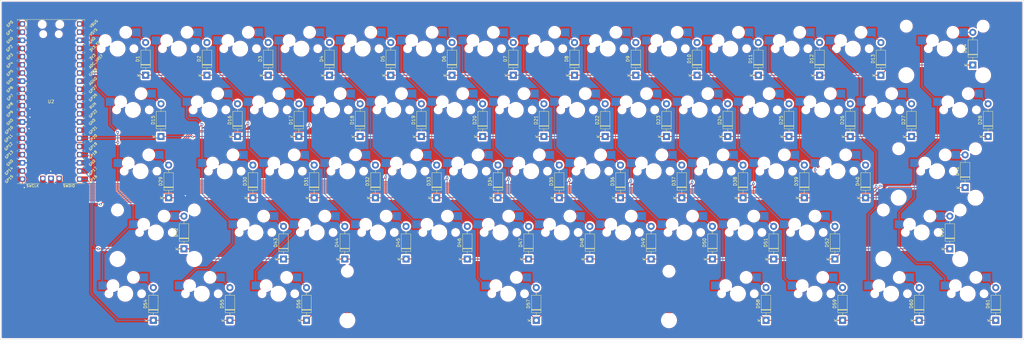
<source format=kicad_pcb>
(kicad_pcb (version 20211014) (generator pcbnew)
  (layers (0 "F.Cu" signal) (31 "B.Cu" signal) (34 "B.Paste" user) (35 "F.Paste" user) (36 "B.SilkS" user "B.Silkscreen") (37 "F.SilkS" user "F.Silkscreen") (38 "B.Mask" user) (39 "F.Mask" user) (44 "Edge.Cuts" user))
  (net 0 "")
  (net 1 "row0")
  (net 2 "Net-(D1-Pad2)")
  (net 3 "Net-(D2-Pad2)")
  (net 4 "Net-(D3-Pad2)")
  (net 5 "Net-(D4-Pad2)")
  (net 6 "Net-(D5-Pad2)")
  (net 7 "Net-(D6-Pad2)")
  (net 8 "Net-(D7-Pad2)")
  (net 9 "Net-(D8-Pad2)")
  (net 10 "Net-(D9-Pad2)")
  (net 11 "Net-(D10-Pad2)")
  (net 12 "Net-(D11-Pad2)")
  (net 13 "Net-(D12-Pad2)")
  (net 14 "Net-(D13-Pad2)")
  (net 15 "Net-(D14-Pad2)")
  (net 16 "row1")
  (net 17 "Net-(D15-Pad2)")
  (net 18 "Net-(D16-Pad2)")
  (net 19 "Net-(D17-Pad2)")
  (net 20 "Net-(D18-Pad2)")
  (net 21 "Net-(D19-Pad2)")
  (net 22 "Net-(D20-Pad2)")
  (net 23 "Net-(D21-Pad2)")
  (net 24 "Net-(D22-Pad2)")
  (net 25 "Net-(D23-Pad2)")
  (net 26 "Net-(D24-Pad2)")
  (net 27 "Net-(D25-Pad2)")
  (net 28 "Net-(D26-Pad2)")
  (net 29 "Net-(D27-Pad2)")
  (net 30 "Net-(D28-Pad2)")
  (net 31 "row2")
  (net 32 "Net-(D29-Pad2)")
  (net 33 "Net-(D30-Pad2)")
  (net 34 "Net-(D31-Pad2)")
  (net 35 "Net-(D32-Pad2)")
  (net 36 "Net-(D33-Pad2)")
  (net 37 "Net-(D34-Pad2)")
  (net 38 "Net-(D35-Pad2)")
  (net 39 "Net-(D36-Pad2)")
  (net 40 "Net-(D37-Pad2)")
  (net 41 "Net-(D38-Pad2)")
  (net 42 "Net-(D39-Pad2)")
  (net 43 "Net-(D40-Pad2)")
  (net 44 "Net-(D41-Pad2)")
  (net 45 "row3")
  (net 46 "Net-(D42-Pad2)")
  (net 47 "Net-(D43-Pad2)")
  (net 48 "Net-(D44-Pad2)")
  (net 49 "Net-(D45-Pad2)")
  (net 50 "Net-(D46-Pad2)")
  (net 51 "Net-(D47-Pad2)")
  (net 52 "Net-(D48-Pad2)")
  (net 53 "Net-(D49-Pad2)")
  (net 54 "Net-(D50-Pad2)")
  (net 55 "Net-(D51-Pad2)")
  (net 56 "Net-(D52-Pad2)")
  (net 57 "Net-(D53-Pad2)")
  (net 58 "row4")
  (net 59 "Net-(D54-Pad2)")
  (net 60 "Net-(D55-Pad2)")
  (net 61 "Net-(D56-Pad2)")
  (net 62 "Net-(D57-Pad2)")
  (net 63 "Net-(D58-Pad2)")
  (net 64 "Net-(D59-Pad2)")
  (net 65 "Net-(D60-Pad2)")
  (net 66 "Net-(D61-Pad2)")
  (net 67 "col0")
  (net 68 "col1")
  (net 69 "col2")
  (net 70 "col3")
  (net 71 "col4")
  (net 72 "col5")
  (net 73 "col6")
  (net 74 "col7")
  (net 75 "col8")
  (net 76 "col9")
  (net 77 "col10")
  (net 78 "col11")
  (net 79 "col12")
  (net 80 "col13")
  (net 98 "GND")
  (footprint "Diode_THT:D_DO-41_SOD81_P10.16mm_Horizontal" (layer "F.Cu") (at 151.60625 144.78 90)
    (fp_text reference "D31")
    (fp_text value "D_Small")
  )
  (footprint "MX_Only:MXOnly-1.25U-Hotswap" (layer "F.Cu") (at 283.36875 174.625)
    (fp_text reference "MX58")
    (fp_text value "MX-NoLED")
  )
  (footprint "MX_Only:MXOnly-1U-Hotswap" (layer "F.Cu") (at 276.225 136.525)
    (fp_text reference "MX38")
    (fp_text value "MX-NoLED")
  )
  (footprint "Diode_THT:D_DO-41_SOD81_P10.16mm_Horizontal" (layer "F.Cu") (at 251.61875 106.68 90)
    (fp_text reference "D9")
    (fp_text value "D_Small")
  )
  (footprint "MX_Only:MXOnly-1U-Hotswap" (layer "F.Cu") (at 195.2625 117.475)
    (fp_text reference "MX20")
    (fp_text value "MX-NoLED")
  )
  (footprint "Diode_THT:D_DO-41_SOD81_P10.16mm_Horizontal" (layer "F.Cu") (at 356.39375 103.505 90)
    (fp_text reference "D14")
    (fp_text value "D_Small")
  )
  (footprint "MX_Only:MXOnly-1U-Hotswap" (layer "F.Cu") (at 314.325 136.525)
    (fp_text reference "MX40")
    (fp_text value "MX-NoLED")
  )
  (footprint "MX_Only:MXOnly-1U-Hotswap" (layer "F.Cu") (at 261.9375 98.425)
    (fp_text reference "MX10")
    (fp_text value "MX-NoLED")
  )
  (footprint "Diode_THT:D_DO-41_SOD81_P10.16mm_Horizontal" (layer "F.Cu") (at 223.04375 125.73 90)
    (fp_text reference "D21")
    (fp_text value "D_Small")
  )
  (footprint "MX_Only:MXOnly-1U-Hotswap" (layer "F.Cu") (at 119.0625 117.475)
    (fp_text reference "MX16")
    (fp_text value "MX-NoLED")
  )
  (footprint "MX_Only:MXOnly-1.5U-Hotswap" (layer "F.Cu") (at 352.425 117.475)
    (fp_text reference "MX28")
    (fp_text value "MX-NoLED")
  )
  (footprint "Diode_THT:D_DO-41_SOD81_P10.16mm_Horizontal" (layer "F.Cu") (at 127.79375 125.73 90)
    (fp_text reference "D16")
    (fp_text value "D_Small")
  )
  (footprint "Diode_THT:D_DO-41_SOD81_P10.16mm_Horizontal" (layer "F.Cu") (at 118.26875 106.68 90)
    (fp_text reference "D2")
    (fp_text value "D_Small")
  )
  (footprint "Diode_THT:D_DO-41_SOD81_P10.16mm_Horizontal" (layer "F.Cu") (at 280.19375 125.73 90)
    (fp_text reference "D24")
    (fp_text value "D_Small")
  )
  (footprint "MX_Only:MXOnly-1U-Hotswap" (layer "F.Cu") (at 271.4625 117.475)
    (fp_text reference "MX24")
    (fp_text value "MX-NoLED")
  )
  (footprint "Diode_THT:D_DO-41_SOD81_P10.16mm_Horizontal" (layer "F.Cu") (at 146.84375 125.73 90)
    (fp_text reference "D17")
    (fp_text value "D_Small")
  )
  (footprint "MX_Only:MXOnly-1U-Hotswap" (layer "F.Cu") (at 328.6125 117.475)
    (fp_text reference "MX27")
    (fp_text value "MX-NoLED")
  )
  (footprint "Diode_THT:D_DO-41_SOD81_P10.16mm_Horizontal" (layer "F.Cu") (at 99.21875 106.68 90)
    (fp_text reference "D1")
    (fp_text value "D_Small")
  )
  (footprint "Diode_THT:D_DO-41_SOD81_P10.16mm_Horizontal" (layer "F.Cu") (at 156.36875 106.68 90)
    (fp_text reference "D4")
    (fp_text value "D_Small")
  )
  (footprint "Diode_THT:D_DO-41_SOD81_P10.16mm_Horizontal" (layer "F.Cu") (at 101.6 182.88 90)
    (fp_text reference "D54")
    (fp_text value "D_Small")
  )
  (footprint "MX_Only:MXOnly-1U-Hotswap" (layer "F.Cu") (at 123.825 136.525)
    (fp_text reference "MX30")
    (fp_text value "MX-NoLED")
  )
  (footprint "MX_Only:MXOnly-1U-Hotswap" (layer "F.Cu") (at 319.0875 98.425)
    (fp_text reference "MX13")
    (fp_text value "MX-NoLED")
  )
  (footprint "MX_Only:MXOnly-1.25U-Hotswap" (layer "F.Cu") (at 330.99375 174.625)
    (fp_text reference "MX60")
    (fp_text value "MX-NoLED")
  )
  (footprint "Diode_THT:D_DO-41_SOD81_P10.16mm_Horizontal" (layer "F.Cu") (at 361.15625 125.73 90)
    (fp_text reference "D28")
    (fp_text value "D_Small")
  )
  (footprint "Diode_THT:D_DO-41_SOD81_P10.16mm_Horizontal" (layer "F.Cu") (at 161.13125 163.83 90)
    (fp_text reference "D44")
    (fp_text value "D_Small")
  )
  (footprint "MX_Only:MXOnly-2.75U-Hotswap" (layer "F.Cu") (at 340.51875 155.575)
    (fp_text reference "MX53")
    (fp_text value "MX-NoLED")
  )
  (footprint "MX_Only:MXOnly-1U-Hotswap" (layer "F.Cu") (at 280.9875 98.425)
    (fp_text reference "MX11")
    (fp_text value "MX-NoLED")
  )
  (footprint "Diode_THT:D_DO-41_SOD81_P10.16mm_Horizontal" (layer "F.Cu") (at 323.05625 144.78 90)
    (fp_text reference "D40")
    (fp_text value "D_Small")
  )
  (footprint "MX_Only:MXOnly-1U-Hotswap" (layer "F.Cu") (at 152.4 155.575)
    (fp_text reference "MX44")
    (fp_text value "MX-NoLED")
  )
  (footprint "MX_Only:MXOnly-1.25U-Hotswap" (layer "F.Cu") (at 354.80625 174.625)
    (fp_text reference "MX61")
    (fp_text value "MX-NoLED")
  )
  (footprint "MX_Only:MXOnly-1U-Hotswap" (layer "F.Cu") (at 157.1625 117.475)
    (fp_text reference "MX18")
    (fp_text value "MX-NoLED")
  )
  (footprint "MX_Only:MXOnly-1.5U-Hotswap" (layer "F.Cu") (at 95.25 117.475)
    (fp_text reference "MX15")
    (fp_text value "MX-NoLED")
  )
  (footprint "MX_Only:MXOnly-1U-Hotswap" (layer "F.Cu") (at 219.075 136.525)
    (fp_text reference "MX35")
    (fp_text value "MX-NoLED")
  )
  (footprint "Diode_THT:D_DO-41_SOD81_P10.16mm_Horizontal" (layer "F.Cu") (at 184.94375 125.73 90)
    (fp_text reference "D19")
    (fp_text value "D_Small")
  )
  (footprint "Diode_THT:D_DO-41_SOD81_P10.16mm_Horizontal" (layer "F.Cu") (at 246.85625 144.78 90)
    (fp_text reference "D36")
    (fp_text value "D_Small")
  )
  (footprint "MX_Only:MXOnly-1.25U-Hotswap" (layer "F.Cu") (at 307.18125 174.625)
    (fp_text reference "MX59")
    (fp_text value "MX-NoLED")
  )
  (footprint "MX_Only:MXOnly-1U-Hotswap" (layer "F.Cu") (at 109.5375 98.425)
    (fp_text reference "MX2")
    (fp_text value "MX-NoLED")
  )
  (footprint "MX_Only:MXOnly-1U-Hotswap" (layer "F.Cu") (at 266.7 155.575)
    (fp_text reference "MX50")
    (fp_text value "MX-NoLED")
  )
  (footprint "Diode_THT:D_DO-41_SOD81_P10.16mm_Horizontal" (layer "F.Cu") (at 227.80625 144.78 90)
    (fp_text reference "D35")
    (fp_text value "D_Small")
  )
  (footprint "MX_Only:MXOnly-1U-Hotswap" (layer "F.Cu") (at 138.1125 117.475)
    (fp_text reference "MX17")
    (fp_text value "MX-NoLED")
  )
  (footprint "MX_Only:MXOnly-1U-Hotswap" (layer "F.Cu") (at 300.0375 98.425)
    (fp_text reference "MX12")
    (fp_text value "MX-NoLED")
  )
  (footprint "Diode_THT:D_DO-41_SOD81_P10.16mm_Horizontal" (layer "F.Cu") (at 203.99375 125.73 90)
    (fp_text reference "D20")
    (fp_text value "D_Small")
  )
  (footprint "MX_Only:MXOnly-1U-Hotswap" (layer "F.Cu") (at 190.5 155.575)
    (fp_text reference "MX46")
    (fp_text value "MX-NoLED")
  )
  (footprint "MCU_RaspberryPi_and_Boards:RPi_Pico_SMD_TH" (layer "F.Cu") (at 69.78 114.87)
    (fp_text reference "U2")
    (fp_text value "Pico")
  )
  (footprint "Diode_THT:D_DO-41_SOD81_P10.16mm_Horizontal" (layer "F.Cu") (at 194.46875 106.68 90)
    (fp_text reference "D6")
    (fp_text value "D_Small")
  )
  (footprint "Diode_THT:D_DO-41_SOD81_P10.16mm_Horizontal" (layer "F.Cu") (at 180.18125 163.83 90)
    (fp_text reference "D45")
    (fp_text value "D_Small")
  )
  (footprint "Diode_THT:D_DO-41_SOD81_P10.16mm_Horizontal" (layer "F.Cu") (at 294.48125 163.83 90)
    (fp_text reference "D51")
    (fp_text value "D_Small")
  )
  (footprint "Diode_THT:D_DO-41_SOD81_P10.16mm_Horizontal" (layer "F.Cu") (at 337.34375 125.73 90)
    (fp_text reference "D27")
    (fp_text value "D_Small")
  )
  (footprint "MX_Only:MXOnly-1U-Hotswap" (layer "F.Cu") (at 161.925 136.525)
    (fp_text reference "MX32")
    (fp_text value "MX-NoLED")
  )
  (footprint "MX_Only:MXOnly-1U-Hotswap" (layer "F.Cu") (at 214.3125 117.475)
    (fp_text reference "MX21")
    (fp_text value "MX-NoLED")
  )
  (footprint "Diode_THT:D_DO-41_SOD81_P10.16mm_Horizontal" (layer "F.Cu") (at 170.65625 144.78 90)
    (fp_text reference "D32")
    (fp_text value "D_Small")
  )
  (footprint "MX_Only:MXOnly-1U-Hotswap" (layer "F.Cu") (at 200.025 136.525)
    (fp_text reference "MX34")
    (fp_text value "MX-NoLED")
  )
  (footprint "Diode_THT:D_DO-41_SOD81_P10.16mm_Horizontal" (layer "F.Cu") (at 106.3625 144.78 90)
    (fp_text reference "D29")
    (fp_text value "D_Small")
  )
  (footprint "Diode_THT:D_DO-41_SOD81_P10.16mm_Horizontal" (layer "F.Cu") (at 284.95625 144.78 90)
    (fp_text reference "D38")
    (fp_text value "D_Small")
  )
  (footprint "Diode_THT:D_DO-41_SOD81_P10.16mm_Horizontal" (layer "F.Cu") (at 308.76875 106.68 90)
    (fp_text reference "D12")
    (fp_text value "D_Small")
  )
  (footprint "Diode_THT:D_DO-41_SOD81_P10.16mm_Horizontal" (layer "F.Cu") (at 299.24375 125.73 90)
    (fp_text reference "D25")
    (fp_text value "D_Small")
  )
  (footprint "Diode_THT:D_DO-41_SOD81_P10.16mm_Horizontal" (layer "F.Cu") (at 220.6625 182.88 90)
    (fp_text reference "D57")
    (fp_text value "D_Small")
  )
  (footprint "Diode_THT:D_DO-41_SOD81_P10.16mm_Horizontal" (layer "F.Cu") (at 199.23125 163.83 90)
    (fp_text reference "D46")
    (fp_text value "D_Small")
  )
  (footprint "Diode_THT:D_DO-41_SOD81_P10.16mm_Horizontal" (layer "F.Cu") (at 242.09375 125.73 90)
    (fp_text reference "D22")
    (fp_text value "D_Small")
  )
  (footprint "MX_Only:MXOnly-1.25U-Hotswap" (layer "F.Cu") (at 116.68125 174.625)
    (fp_text reference "MX55")
    (fp_text value "MX-NoLED")
  )
  (footprint "Diode_THT:D_DO-41_SOD81_P10.16mm_Horizontal" (layer "F.Cu") (at 318.29375 125.73 90)
    (fp_text reference "D26")
    (fp_text value "D_Small")
  )
  (footprint "MX_Only:MXOnly-1.75U-Hotswap" (layer "F.Cu") (at 97.63125 136.525)
    (fp_text reference "MX29")
    (fp_text value "MX-NoLED")
  )
  (footprint "MX_Only:MXOnly-1U-Hotswap" (layer "F.Cu") (at 247.65 155.575)
    (fp_text reference "MX49")
    (fp_text value "MX-NoLED")
  )
  (footprint "Diode_THT:D_DO-41_SOD81_P10.16mm_Horizontal" (layer "F.Cu") (at 315.9125 182.88 90)
    (fp_text reference "D59")
    (fp_text value "D_Small")
  )
  (footprint "MX_Only:MXOnly-1U-Hotswap" (layer "F.Cu") (at 166.6875 98.425)
    (fp_text reference "MX5")
    (fp_text value "MX-NoLED")
  )
  (footprint "MX_Only:MXOnly-1.25U-Hotswap" (layer "F.Cu") (at 92.86875 174.625)
    (fp_text reference "MX54")
    (fp_text value "MX-NoLED")
  )
  (footprint "Diode_THT:D_DO-41_SOD81_P10.16mm_Horizontal" (layer "F.Cu") (at 354.0125 141.605 90)
    (fp_text reference "D41")
    (fp_text value "D_Small")
  )
  (footprint "MX_Only:MXOnly-2.25U-Hotswap" (layer "F.Cu") (at 102.39375 155.575)
    (fp_text reference "MX42")
    (fp_text value "MX-NoLED")
  )
  (footprint "Diode_THT:D_DO-41_SOD81_P10.16mm_Horizontal" (layer "F.Cu") (at 111.125 160.655 90)
    (fp_text reference "D42")
    (fp_text value "D_Small")
  )
  (footprint "Diode_THT:D_DO-41_SOD81_P10.16mm_Horizontal" (layer "F.Cu") (at 339.725 182.88 90)
    (fp_text reference "D60")
    (fp_text value "D_Small")
  )
  (footprint "Diode_THT:D_DO-41_SOD81_P10.16mm_Horizontal" (layer "F.Cu") (at 218.28125 163.83 90)
    (fp_text reference "D47")
    (fp_text value "D_Small")
  )
  (footprint "Diode_THT:D_DO-41_SOD81_P10.16mm_Horizontal" (layer "F.Cu") (at 165.89375 125.73 90)
    (fp_text reference "D18")
    (fp_text value "D_Small")
  )
  (footprint "Diode_THT:D_DO-41_SOD81_P10.16mm_Horizontal" (layer "F.Cu") (at 304.00625 144.78 90)
    (fp_text reference "D39")
    (fp_text value "D_Small")
  )
  (footprint "Diode_THT:D_DO-41_SOD81_P10.16mm_Horizontal" (layer "F.Cu") (at 256.38125 163.83 90)
    (fp_text reference "D49")
    (fp_text value "D_Small")
  )
  (footprint "MX_Only:MXOnly-1U-Hotswap" (layer "F.Cu") (at 176.2125 117.475)
    (fp_text reference "MX19")
    (fp_text value "MX-NoLED")
  )
  (footprint "Diode_THT:D_DO-41_SOD81_P10.16mm_Horizontal" (layer "F.Cu") (at 213.51875 106.68 90)
    (fp_text reference "D7")
    (fp_text value "D_Small")
  )
  (footprint "MX_Only:MXOnly-1U-Hotswap" (layer "F.Cu") (at 242.8875 98.425)
    (fp_text reference "MX9")
    (fp_text value "MX-NoLED")
  )
  (footprint "Diode_THT:D_DO-41_SOD81_P10.16mm_Horizontal" (layer "F.Cu") (at 132.55625 144.78 90)
    (fp_text reference "D30")
    (fp_text value "D_Small")
  )
  (footprint "MX_Only:MXOnly-1U-Hotswap" (layer "F.Cu") (at 204.7875 98.425)
    (fp_text reference "MX7")
    (fp_text value "MX-NoLED")
  )
  (footprint "Diode_THT:D_DO-41_SOD81_P10.16mm_Horizontal" (layer "F.Cu") (at 175.41875 106.68 90)
    (fp_text reference "D5")
    (fp_text value "D_Small")
  )
  (footprint "Diode_THT:D_DO-41_SOD81_P10.16mm_Horizontal" (layer "F.Cu") (at 149.225 182.88 90)
    (fp_text reference "D56")
    (fp_text value "D_Small")
  )
  (footprint "MX_Only:MXOnly-1U-Hotswap" (layer "F.Cu") (at 171.45 155.575)
    (fp_text reference "MX45")
    (fp_text value "MX-NoLED")
  )
  (footprint "Diode_THT:D_DO-41_SOD81_P10.16mm_Horizontal" (layer "F.Cu") (at 103.98125 125.73 90)
    (fp_text reference "D15")
    (fp_text value "D_Small")
  )
  (footprint "MX_Only:MXOnly-1U-Hotswap" (layer "F.Cu") (at 128.5875 98.425)
    (fp_text reference "MX3")
    (fp_text value "MX-NoLED")
  )
  (footprint "MX_Only:MXOnly-1U-Hotswap" (layer "F.Cu") (at 285.75 155.575)
    (fp_text reference "MX51")
    (fp_text value "MX-NoLED")
  )
  (footprint "Diode_THT:D_DO-41_SOD81_P10.16mm_Horizontal" (layer "F.Cu") (at 137.31875 106.68 90)
    (fp_text reference "D3")
    (fp_text value "D_Small")
  )
  (footprint "Diode_THT:D_DO-41_SOD81_P10.16mm_Horizontal" (layer "F.Cu") (at 142.08125 163.83 90)
    (fp_text reference "D43")
    (fp_text value "D_Small")
  )
  (footprint "MX_Only:MXOnly-2U-Hotswap" (layer "F.Cu") (at 347.6625 98.425)
    (fp_text reference "MX14")
    (fp_text value "MX-NoLED")
  )
  (footprint "Diode_THT:D_DO-41_SOD81_P10.16mm_Horizontal" (layer "F.Cu") (at 292.1 182.88 90)
    (fp_text reference "D58")
    (fp_text value "D_Small")
  )
  (footprint "MX_Only:MXOnly-1U-Hotswap" (layer "F.Cu") (at 209.55 155.575)
    (fp_text reference "MX47")
    (fp_text value "MX-NoLED")
  )
  (footprint "Diode_THT:D_DO-41_SOD81_P10.16mm_Horizontal" (layer "F.Cu") (at 289.71875 106.68 90)
    (fp_text reference "D11")
    (fp_text value "D_Small")
  )
  (footprint "MX_Only:MXOnly-1.25U-Hotswap" (layer "F.Cu") (at 140.49375 174.625)
    (fp_text reference "MX56")
    (fp_text value "MX-NoLED")
  )
  (footprint "Diode_THT:D_DO-41_SOD81_P10.16mm_Horizontal" (layer "F.Cu") (at 265.90625 144.78 90)
    (fp_text reference "D37")
    (fp_text value "D_Small")
  )
  (footprint "Diode_THT:D_DO-41_SOD81_P10.16mm_Horizontal" (layer "F.Cu") (at 232.56875 106.68 90)
    (fp_text reference "D8")
    (fp_text value "D_Small")
  )
  (footprint "Diode_THT:D_DO-41_SOD81_P10.16mm_Horizontal" (layer "F.Cu") (at 275.43125 163.83 90)
    (fp_text reference "D50")
    (fp_text value "D_Small")
  )
  (footprint "MX_Only:MXOnly-1U-Hotswap" (layer "F.Cu") (at 233.3625 117.475)
    (fp_text reference "MX22")
    (fp_text value "MX-NoLED")
  )
  (footprint "MX_Only:MXOnly-1U-Hotswap" (layer "F.Cu") (at 295.275 136.525)
    (fp_text reference "MX39")
    (fp_text value "MX-NoLED")
  )
  (footprint "MX_Only:MXOnly-1U-Hotswap" (layer "F.Cu") (at 223.8375 98.425)
    (fp_text reference "MX8")
    (fp_text value "MX-NoLED")
  )
  (footprint "Diode_THT:D_DO-41_SOD81_P10.16mm_Horizontal" (layer "F.Cu") (at 313.53125 163.83 90)
    (fp_text reference "D52")
    (fp_text value "D_Small")
  )
  (footprint "Diode_THT:D_DO-41_SOD81_P10.16mm_Horizontal" (layer "F.Cu") (at 189.70625 144.78 90)
    (fp_text reference "D33")
    (fp_text value "D_Small")
  )
  (footprint "MX_Only:MXOnly-1U-Hotswap" (layer "F.Cu") (at 309.5625 117.475)
    (fp_text reference "MX26")
    (fp_text value "MX-NoLED")
  )
  (footprint "MX_Only:MXOnly-1U-Hotswap" (layer "F.Cu") (at 238.125 136.525)
    (fp_text reference "MX36")
    (fp_text value "MX-NoLED")
  )
  (footprint "Diode_THT:D_DO-41_SOD81_P10.16mm_Horizontal" (layer "F.Cu") (at 327.81875 106.68 90)
    (fp_text reference "D13")
    (fp_text value "D_Small")
  )
  (footprint "Diode_THT:D_DO-41_SOD81_P10.16mm_Horizontal" (layer "F.Cu") (at 261.14375 125.73 90)
    (fp_text reference "D23")
    (fp_text value "D_Small")
  )
  (footprint "MX_Only:MXOnly-1U-Hotswap" (layer "F.Cu") (at 185.7375 98.425)
    (fp_text reference "MX6")
    (fp_text value "MX-NoLED")
  )
  (footprint "Diode_THT:D_DO-41_SOD81_P10.16mm_Horizontal" (layer "F.Cu") (at 208.75625 144.78 90)
    (fp_text reference "D34")
    (fp_text value "D_Small")
  )
  (footprint "Diode_THT:D_DO-41_SOD81_P10.16mm_Horizontal" (layer "F.Cu") (at 349.25 160.655 90)
    (fp_text reference "D53")
    (fp_text value "D_Small")
  )
  (footprint "MX_Only:MXOnly-1U-Hotswap" (layer "F.Cu") (at 228.6 155.575)
    (fp_text reference "MX48")
    (fp_text value "MX-NoLED")
  )
  (footprint "MX_Only:MXOnly-1U-Hotswap" (layer "F.Cu") (at 133.35 155.575)
    (fp_text reference "MX43")
    (fp_text value "MX-NoLED")
  )
  (footprint "MX_Only:MXOnly-1U-Hotswap" (layer "F.Cu") (at 180.975 136.525)
    (fp_text reference "MX33")
    (fp_text value "MX-NoLED")
  )
  (footprint "Diode_THT:D_DO-41_SOD81_P10.16mm_Horizontal" (layer "F.Cu") (at 270.66875 106.68 90)
    (fp_text reference "D10")
    (fp_text value "D_Small")
  )
  (footprint "MX_Only:MXOnly-2.25U-Hotswap" (layer "F.Cu") (at 345.28125 136.525)
    (fp_text reference "MX41")
    (fp_text value "MX-NoLED")
  )
  (footprint "Diode_THT:D_DO-41_SOD81_P10.16mm_Horizontal" (layer "F.Cu") (at 125.4125 182.88 90)
    (fp_text reference "D55")
    (fp_text value "D_Small")
  )
  (footprint "MX_Only:MXOnly-6.25U-Hotswap" (layer "F.Cu") (at 211.93125 174.625)
    (fp_text reference "MX57")
    (fp_text value "MX-NoLED")
  )
  (footprint "MX_Only:MXOnly-1U-Hotswap" (layer "F.Cu") (at 147.6375 98.425)
    (fp_text reference "MX4")
    (fp_text value "MX-NoLED")
  )
  (footprint "MX_Only:MXOnly-1U-Hotswap" (layer "F.Cu") (at 304.8 155.575)
    (fp_text reference "MX52")
    (fp_text value "MX-NoLED")
  )
  (footprint "MX_Only:MXOnly-1U-Hotswap" (layer "F.Cu") (at 257.175 136.525)
    (fp_text reference "MX37")
    (fp_text value "MX-NoLED")
  )
  (footprint "MX_Only:MXOnly-1U-Hotswap" (layer "F.Cu") (at 90.4875 98.425)
    (fp_text reference "MX1")
    (fp_text value "MX-NoLED")
  )
  (footprint "MX_Only:MXOnly-1U-Hotswap" (layer "F.Cu") (at 142.875 136.525)
    (fp_text reference "MX31")
    (fp_text value "MX-NoLED")
  )
  (footprint "MX_Only:MXOnly-1U-Hotswap" (layer "F.Cu") (at 252.4125 117.475)
    (fp_text reference "MX23")
    (fp_text value "MX-NoLED")
  )
  (footprint "Diode_THT:D_DO-41_SOD81_P10.16mm_Horizontal" (layer "F.Cu") (at 237.33125 163.83 90)
    (fp_text reference "D48")
    (fp_text value "D_Small")
  )
  (footprint "MX_Only:MXOnly-1U-Hotswap" (layer "F.Cu") (at 290.5125 117.475)
    (fp_text reference "MX25")
    (fp_text value "MX-NoLED")
  )
  (footprint "Diode_THT:D_DO-41_SOD81_P10.16mm_Horizontal" (layer "F.Cu") (at 363.5375 182.88 90)
    (fp_text reference "D61")
    (fp_text value "D_Small")
  )
  (gr_line (start 366.7125 188.9125) (end 372.26875 188.9125) (layer "Edge.Cuts") (width 0.1))
  (gr_line (start 372.26875 83.34375) (end 372.26875 187.325) (layer "Edge.Cuts") (width 0.1))
  (gr_line (start 366.7125 188.9125) (end 53.975 188.9125) (layer "Edge.Cuts") (width 0.1))
  (gr_line (start 63.5 83.34375) (end 372.26875 83.34375) (layer "Edge.Cuts") (width 0.1))
  (gr_line (start 53.975 83.34375) (end 53.975 188.9125) (layer "Edge.Cuts") (width 0.1))
  (gr_line (start 372.26875 188.9125) (end 372.26875 187.325) (layer "Edge.Cuts") (width 0.1))
  (gr_line (start 53.975 83.34375) (end 63.5 83.34375) (layer "Edge.Cuts") (width 0.1))
  (segment (start 99.21875 106.68) (end 98.08 106.68) (width 0.25) (layer "F.Cu") (net 1))
  (segment (start 99.21875 106.68) (end 327.81875 106.68) (width 0.25) (layer "F.Cu") (net 1))
  (segment (start 356.39375 103.505) (end 330.99375 103.505) (width 0.25) (layer "F.Cu") (net 1))
  (segment (start 330.99375 103.505) (end 327.81875 106.68) (width 0.25) (layer "F.Cu") (net 1))
  (segment (start 97.38 105.98) (end 78.67 105.98) (width 0.25) (layer "F.Cu") (net 1))
  (segment (start 98.08 106.68) (end 97.38 105.98) (width 0.25) (layer "F.Cu") (net 1))
  (segment (start 96.3295 93.63075) (end 99.21875 96.52) (width 0.25) (layer "B.Cu") (net 2))
  (segment (start 96.3295 93.345) (end 96.3295 93.63075) (width 0.25) (layer "B.Cu") (net 2))
  (segment (start 115.3795 93.63075) (end 118.26875 96.52) (width 0.25) (layer "B.Cu") (net 3))
  (segment (start 115.3795 93.345) (end 115.3795 93.63075) (width 0.25) (layer "B.Cu") (net 3))
  (segment (start 134.4295 93.345) (end 134.4295 93.63075) (width 0.25) (layer "B.Cu") (net 4))
  (segment (start 134.4295 93.63075) (end 137.31875 96.52) (width 0.25) (layer "B.Cu") (net 4))
  (segment (start 153.4795 93.345) (end 153.4795 93.63075) (width 0.25) (layer "B.Cu") (net 5))
  (segment (start 153.4795 93.63075) (end 156.36875 96.52) (width 0.25) (layer "B.Cu") (net 5))
  (segment (start 172.5295 93.345) (end 172.5295 93.63075) (width 0.25) (layer "B.Cu") (net 6))
  (segment (start 172.5295 93.63075) (end 175.41875 96.52) (width 0.25) (layer "B.Cu") (net 6))
  (segment (start 191.5795 93.345) (end 191.5795 93.63075) (width 0.25) (layer "B.Cu") (net 7))
  (segment (start 191.5795 93.63075) (end 194.46875 96.52) (width 0.25) (layer "B.Cu") (net 7))
  (segment (start 210.6295 93.345) (end 210.6295 93.63075) (width 0.25) (layer "B.Cu") (net 8))
  (segment (start 210.6295 93.63075) (end 213.51875 96.52) (width 0.25) (layer "B.Cu") (net 8))
  (segment (start 229.6795 93.345) (end 229.6795 93.63075) (width 0.25) (layer "B.Cu") (net 9))
  (segment (start 229.6795 93.63075) (end 232.56875 96.52) (width 0.25) (layer "B.Cu") (net 9))
  (segment (start 248.7295 93.63075) (end 251.61875 96.52) (width 0.25) (layer "B.Cu") (net 10))
  (segment (start 248.7295 93.345) (end 248.7295 93.63075) (width 0.25) (layer "B.Cu") (net 10))
  (segment (start 267.7795 93.345) (end 267.7795 93.63075) (width 0.25) (layer "B.Cu") (net 11))
  (segment (start 267.7795 93.63075) (end 270.66875 96.52) (width 0.25) (layer "B.Cu") (net 11))
  (segment (start 286.8295 93.63075) (end 289.71875 96.52) (width 0.25) (layer "B.Cu") (net 12))
  (segment (start 286.8295 93.345) (end 286.8295 93.63075) (width 0.25) (layer "B.Cu") (net 12))
  (segment (start 305.8795 93.63075) (end 308.76875 96.52) (width 0.25) (layer "B.Cu") (net 13))
  (segment (start 305.8795 93.345) (end 305.8795 93.63075) (width 0.25) (layer "B.Cu") (net 13))
  (segment (start 324.9295 93.345) (end 324.9295 93.63075) (width 0.25) (layer "B.Cu") (net 14))
  (segment (start 324.9295 93.63075) (end 327.81875 96.52) (width 0.25) (layer "B.Cu") (net 14))
  (segment (start 353.5045 93.345) (end 356.39375 93.345) (width 0.25) (layer "B.Cu") (net 15))
  (segment (start 113.924598 125.73) (end 113.832299 125.822299) (width 0.25) (layer "F.Cu") (net 16))
  (segment (start 361.15625 125.73) (end 127.79375 125.73) (width 0.25) (layer "F.Cu") (net 16))
  (segment (start 127.79375 125.73) (end 113.924598 125.73) (width 0.25) (layer "F.Cu") (net 16))
  (via (at 113.832299 125.822299) (size 0.8) (drill 0.4) (layers "F.Cu" "B.Cu") (net 16))
  (segment (start 113.832299 125.822299) (end 113.74 125.73) (width 0.25) (layer "B.Cu") (net 16))
  (segment (start 78.78 126.19) (end 78.67 126.3) (width 0.25) (layer "B.Cu") (net 16))
  (segment (start 103.98125 125.73) (end 103.52125 126.19) (width 0.25) (layer "B.Cu") (net 16))
  (segment (start 103.52125 126.19) (end 78.78 126.19) (width 0.25) (layer "B.Cu") (net 16))
  (segment (start 113.74 125.73) (end 103.98125 125.73) (width 0.25) (layer "B.Cu") (net 16))
  (segment (start 101.092 112.395) (end 101.092 112.68075) (width 0.25) (layer "B.Cu") (net 17))
  (segment (start 101.092 112.68075) (end 103.98125 115.57) (width 0.25) (layer "B.Cu") (net 17))
  (segment (start 124.9045 112.395) (end 124.9045 112.68075) (width 0.25) (layer "B.Cu") (net 18))
  (segment (start 124.9045 112.68075) (end 127.79375 115.57) (width 0.25) (layer "B.Cu") (net 18))
  (segment (start 143.9545 112.68075) (end 146.84375 115.57) (width 0.25) (layer "B.Cu") (net 19))
  (segment (start 143.9545 112.395) (end 143.9545 112.68075) (width 0.25) (layer "B.Cu") (net 19))
  (segment (start 163.0045 112.68075) (end 165.89375 115.57) (width 0.25) (layer "B.Cu") (net 20))
  (segment (start 163.0045 112.395) (end 163.0045 112.68075) (width 0.25) (layer "B.Cu") (net 20))
  (segment (start 182.0545 112.395) (end 182.0545 112.68075) (width 0.25) (layer "B.Cu") (net 21))
  (segment (start 182.0545 112.68075) (end 184.94375 115.57) (width 0.25) (layer "B.Cu") (net 21))
  (segment (start 201.1045 112.395) (end 201.1045 112.68075) (width 0.25) (layer "B.Cu") (net 22))
  (segment (start 201.1045 112.68075) (end 203.99375 115.57) (width 0.25) (layer "B.Cu") (net 22))
  (segment (start 220.1545 112.68075) (end 223.04375 115.57) (width 0.25) (layer "B.Cu") (net 23))
  (segment (start 220.1545 112.395) (end 220.1545 112.68075) (width 0.25) (layer "B.Cu") (net 23))
  (segment (start 239.2045 112.395) (end 239.2045 112.68075) (width 0.25) (layer "B.Cu") (net 24))
  (segment (start 239.2045 112.68075) (end 242.09375 115.57) (width 0.25) (layer "B.Cu") (net 24))
  (segment (start 258.2545 112.68075) (end 261.14375 115.57) (width 0.25) (layer "B.Cu") (net 25))
  (segment (start 258.2545 112.395) (end 258.2545 112.68075) (width 0.25) (layer "B.Cu") (net 25))
  (segment (start 277.3045 112.395) (end 277.3045 112.68075) (width 0.25) (layer "B.Cu") (net 26))
  (segment (start 277.3045 112.68075) (end 280.19375 115.57) (width 0.25) (layer "B.Cu") (net 26))
  (segment (start 296.3545 112.395) (end 296.3545 112.68075) (width 0.25) (layer "B.Cu") (net 27))
  (segment (start 296.3545 112.68075) (end 299.24375 115.57) (width 0.25) (layer "B.Cu") (net 27))
  (segment (start 315.4045 112.395) (end 315.4045 112.68075) (width 0.25) (layer "B.Cu") (net 28))
  (segment (start 315.4045 112.68075) (end 318.29375 115.57) (width 0.25) (layer "B.Cu") (net 28))
  (segment (start 334.4545 112.395) (end 334.4545 112.68075) (width 0.25) (layer "B.Cu") (net 29))
  (segment (start 334.4545 112.68075) (end 337.34375 115.57) (width 0.25) (layer "B.Cu") (net 29))
  (segment (start 358.267 112.68075) (end 361.15625 115.57) (width 0.25) (layer "B.Cu") (net 30))
  (segment (start 358.267 112.395) (end 358.267 112.68075) (width 0.25) (layer "B.Cu") (net 30))
  (segment (start 85.82 146.17) (end 85.19 146.8) (width 0.25) (layer "F.Cu") (net 31))
  (segment (start 103.678198 146.098198) (end 104.996396 144.78) (width 0.25) (layer "F.Cu") (net 31))
  (segment (start 103.606396 146.17) (end 86.23 146.17) (width 0.25) (layer "F.Cu") (net 31))
  (segment (start 330.295 141.605) (end 327.06 144.84) (width 0.25) (layer "F.Cu") (net 31))
  (segment (start 327.06 144.84) (end 327 144.78) (width 0.25) (layer "F.Cu") (net 31))
  (segment (start 104.996396 144.78) (end 106.3625 144.78) (width 0.25) (layer "F.Cu") (net 31))
  (segment (start 354.0125 141.605) (end 330.295 141.605) (width 0.25) (layer "F.Cu") (net 31))
  (segment (start 86.23 146.17) (end 85.82 146.17) (width 0.25) (layer "F.Cu") (net 31))
  (segment (start 327 144.78) (end 323.05625 144.78) (width 0.25) (layer "F.Cu") (net 31))
  (segment (start 106.3625 144.78) (end 323.05625 144.78) (width 0.25) (layer "F.Cu") (net 31))
  (segment (start 103.606396 146.17) (end 103.678198 146.098198) (width 0.25) (layer "F.Cu") (net 31))
  (via (at 85.19 146.8) (size 0.8) (drill 0.4) (layers "F.Cu" "B.Cu") (net 31))
  (segment (start 83.13 146.05) (end 83.13 145.57) (width 0.25) (layer "B.Cu") (net 31))
  (segment (start 83.88 146.8) (end 83.13 146.05) (width 0.25) (layer "B.Cu") (net 31))
  (segment (start 78.68 131.39) (end 78.67 131.38) (width 0.25) (layer "B.Cu") (net 31))
  (segment (start 81.24 131.39) (end 78.68 131.39) (width 0.25) (layer "B.Cu") (net 31))
  (segment (start 83.13 133.28) (end 81.24 131.39) (width 0.25) (layer "B.Cu") (net 31))
  (segment (start 83.13 145.71) (end 83.13 133.28) (width 0.25) (layer "B.Cu") (net 31))
  (segment (start 85.19 146.8) (end 83.88 146.8) (width 0.25) (layer "B.Cu") (net 31))
  (segment (start 103.47325 131.445) (end 103.47325 131.73075) (width 0.25) (layer "B.Cu") (net 32))
  (segment (start 103.47325 131.73075) (end 106.3625 134.62) (width 0.25) (layer "B.Cu") (net 32))
  (segment (start 129.667 131.73075) (end 132.55625 134.62) (width 0.25) (layer "B.Cu") (net 33))
  (segment (start 129.667 131.445) (end 129.667 131.73075) (width 0.25) (layer "B.Cu") (net 33))
  (segment (start 148.717 131.445) (end 148.717 131.73075) (width 0.25) (layer "B.Cu") (net 34))
  (segment (start 148.717 131.73075) (end 151.60625 134.62) (width 0.25) (layer "B.Cu") (net 34))
  (segment (start 167.767 131.73075) (end 170.65625 134.62) (width 0.25) (layer "B.Cu") (net 35))
  (segment (start 167.767 131.445) (end 167.767 131.73075) (width 0.25) (layer "B.Cu") (net 35))
  (segment (start 186.817 131.445) (end 186.817 131.73075) (width 0.25) (layer "B.Cu") (net 36))
  (segment (start 186.817 131.73075) (end 189.70625 134.62) (width 0.25) (layer "B.Cu") (net 36))
  (segment (start 205.867 131.73075) (end 208.75625 134.62) (width 0.25) (layer "B.Cu") (net 37))
  (segment (start 205.867 131.445) (end 205.867 131.73075) (width 0.25) (layer "B.Cu") (net 37))
  (segment (start 224.917 131.73075) (end 227.80625 134.62) (width 0.25) (layer "B.Cu") (net 38))
  (segment (start 224.917 131.445) (end 224.917 131.73075) (width 0.25) (layer "B.Cu") (net 38))
  (segment (start 243.967 131.445) (end 243.967 131.73075) (width 0.25) (layer "B.Cu") (net 39))
  (segment (start 243.967 131.73075) (end 246.85625 134.62) (width 0.25) (layer "B.Cu") (net 39))
  (segment (start 263.017 131.73075) (end 265.90625 134.62) (width 0.25) (layer "B.Cu") (net 40))
  (segment (start 263.017 131.445) (end 263.017 131.73075) (width 0.25) (layer "B.Cu") (net 40))
  (segment (start 282.067 131.445) (end 282.067 131.73075) (width 0.25) (layer "B.Cu") (net 41))
  (segment (start 282.067 131.73075) (end 284.95625 134.62) (width 0.25) (layer "B.Cu") (net 41))
  (segment (start 301.117 131.445) (end 301.117 131.73075) (width 0.25) (layer "B.Cu") (net 42))
  (segment (start 301.117 131.73075) (end 304.00625 134.62) (width 0.25) (layer "B.Cu") (net 42))
  (segment (start 320.167 131.73075) (end 323.05625 134.62) (width 0.25) (layer "B.Cu") (net 43))
  (segment (start 320.167 131.445) (end 320.167 131.73075) (width 0.25) (layer "B.Cu") (net 43))
  (segment (start 351.12325 131.445) (end 354.0125 131.445) (width 0.25) (layer "B.Cu") (net 44))
  (segment (start 112.965 160.655) (end 111.125 160.655) (width 0.25) (layer "F.Cu") (net 45))
  (segment (start 112.965 160.655) (end 84.505 160.655) (width 0.25) (layer "F.Cu") (net 45))
  (segment (start 115.705 160.655) (end 112.965 160.655) (width 0.25) (layer "F.Cu") (net 45))
  (segment (start 316.70625 160.655) (end 313.53125 163.83) (width 0.25) (layer "F.Cu") (net 45))
  (segment (start 313.53125 163.83) (end 118.88 163.83) (width 0.25) (layer "F.Cu") (net 45))
  (segment (start 349.25 160.655) (end 316.70625 160.655) (width 0.25) (layer "F.Cu") (net 45))
  (segment (start 118.88 163.83) (end 115.705 160.655) (width 0.25) (layer "F.Cu") (net 45))
  (via (at 84.505 160.655) (size 0.8) (drill 0.4) (layers "F.Cu" "B.Cu") (net 45))
  (segment (start 83.925 160.655) (end 84.505 160.655) (width 0.25) (layer "B.Cu") (net 45))
  (segment (start 79.9775 136.5725) (end 79.845 136.44) (width 0.25) (layer "B.Cu") (net 45))
  (segment (start 82.68 139.275) (end 82.68 159.41) (width 0.25) (layer "B.Cu") (net 45))
  (segment (start 79.9775 136.5725) (end 82.68 139.275) (width 0.25) (layer "B.Cu") (net 45))
  (segment (start 82.68 159.41) (end 83.925 160.655) (width 0.25) (layer "B.Cu") (net 45))
  (segment (start 79.865 136.46) (end 78.67 136.46) (width 0.25) (layer "B.Cu") (net 45))
  (segment (start 79.9775 136.5725) (end 79.865 136.46) (width 0.25) (layer "B.Cu") (net 45))
  (segment (start 108.23575 150.495) (end 111.125 150.495) (width 0.25) (layer "B.Cu") (net 46))
  (segment (start 139.192 150.495) (end 139.192 150.78075) (width 0.25) (layer "B.Cu") (net 47))
  (segment (start 139.192 150.78075) (end 142.08125 153.67) (width 0.25) (layer "B.Cu") (net 47))
  (segment (start 158.242 150.495) (end 158.242 150.78075) (width 0.25) (layer "B.Cu") (net 48))
  (segment (start 158.242 150.78075) (end 161.13125 153.67) (width 0.25) (layer "B.Cu") (net 48))
  (segment (start 177.292 150.495) (end 177.292 150.78075) (width 0.25) (layer "B.Cu") (net 49))
  (segment (start 177.292 150.78075) (end 180.18125 153.67) (width 0.25) (layer "B.Cu") (net 49))
  (segment (start 196.342 150.78075) (end 199.23125 153.67) (width 0.25) (layer "B.Cu") (net 50))
  (segment (start 196.342 150.495) (end 196.342 150.78075) (width 0.25) (layer "B.Cu") (net 50))
  (segment (start 215.392 150.78075) (end 218.28125 153.67) (width 0.25) (layer "B.Cu") (net 51))
  (segment (start 215.392 150.495) (end 215.392 150.78075) (width 0.25) (layer "B.Cu") (net 51))
  (segment (start 234.442 150.495) (end 234.442 150.78075) (width 0.25) (layer "B.Cu") (net 52))
  (segment (start 234.442 150.78075) (end 237.33125 153.67) (width 0.25) (layer "B.Cu") (net 52))
  (segment (start 253.492 150.78075) (end 256.38125 153.67) (width 0.25) (layer "B.Cu") (net 53))
  (segment (start 253.492 150.495) (end 253.492 150.78075) (width 0.25) (layer "B.Cu") (net 53))
  (segment (start 272.542 150.495) (end 272.542 150.78075) (width 0.25) (layer "B.Cu") (net 54))
  (segment (start 272.542 150.78075) (end 275.43125 153.67) (width 0.25) (layer "B.Cu") (net 54))
  (segment (start 291.592 150.78075) (end 294.48125 153.67) (width 0.25) (layer "B.Cu") (net 55))
  (segment (start 291.592 150.495) (end 291.592 150.78075) (width 0.25) (layer "B.Cu") (net 55))
  (segment (start 310.642 150.78075) (end 313.53125 153.67) (width 0.25) (layer "B.Cu") (net 56))
  (segment (start 310.642 150.495) (end 310.642 150.78075) (width 0.25) (layer "B.Cu") (net 56))
  (segment (start 346.36075 150.495) (end 349.25 150.495) (width 0.25) (layer "B.Cu") (net 57))
  (segment (start 218.293599 180.511099) (end 220.6625 182.88) (width 0.25) (layer "F.Cu") (net 58))
  (segment (start 292.1 182.88) (end 363.5375 182.88) (width 0.25) (layer "F.Cu") (net 58))
  (segment (start 220.6625 182.88) (end 223.031401 180.511099) (width 0.25) (layer "F.Cu") (net 58))
  (segment (start 151.593901 180.511099) (end 218.293599 180.511099) (width 0.25) (layer "F.Cu") (net 58))
  (segment (start 101.6 182.88) (end 149.225 182.88) (width 0.25) (layer "F.Cu") (net 58))
  (segment (start 223.031401 180.511099) (end 289.731099 180.511099) (width 0.25) (layer "F.Cu") (net 58))
  (segment (start 149.225 182.88) (end 151.593901 180.511099) (width 0.25) (layer "F.Cu") (net 58))
  (segment (start 289.731099 180.511099) (end 292.1 182.88) (width 0.25) (layer "F.Cu") (net 58))
  (segment (start 80.84 139.03) (end 78.7 139.03) (width 0.25) (layer "B.Cu") (net 58))
  (segment (start 90.43 182.88) (end 90.19 182.88) (width 0.25) (layer "B.Cu") (net 58))
  (segment (start 82.23 174.54) (end 82.23 140.42) (width 0.25) (layer "B.Cu") (net 58))
  (segment (start 90.43 182.88) (end 90.43 182.74) (width 0.25) (layer "B.Cu") (net 58))
  (segment (start 82.23 140.42) (end 80.84 139.03) (width 0.25) (layer "B.Cu") (net 58))
  (segment (start 78.7 139.03) (end 78.67 139) (width 0.25) (layer "B.Cu") (net 58))
  (segment (start 101.6 182.88) (end 90.43 182.88) (width 0.25) (layer "B.Cu") (net 58))
  (segment (start 90.43 182.74) (end 82.23 174.54) (width 0.25) (layer "B.Cu") (net 58))
  (segment (start 98.71075 169.83075) (end 101.6 172.72) (width 0.25) (layer "B.Cu") (net 59))
  (segment (start 98.71075 169.545) (end 98.71075 169.83075) (width 0.25) (layer "B.Cu") (net 59))
  (segment (start 122.52325 169.83075) (end 125.4125 172.72) (width 0.25) (layer "B.Cu") (net 60))
  (segment (start 122.52325 169.545) (end 122.52325 169.83075) (width 0.25) (layer "B.Cu") (net 60))
  (segment (start 146.33575 169.545) (end 146.33575 169.83075) (width 0.25) (layer "B.Cu") (net 61))
  (segment (start 146.33575 169.83075) (end 149.225 172.72) (width 0.25) (layer "B.Cu") (net 61))
  (segment (start 217.77325 169.83075) (end 220.6625 172.72) (width 0.25) (layer "B.Cu") (net 62))
  (segment (start 217.77325 169.545) (end 217.77325 169.83075) (width 0.25) (layer "B.Cu") (net 62))
  (segment (start 289.21075 169.83075) (end 292.1 172.72) (width 0.25) (layer "B.Cu") (net 63))
  (segment (start 289.21075 169.545) (end 289.21075 169.83075) (width 0.25) (layer "B.Cu") (net 63))
  (segment (start 313.02325 169.83075) (end 315.9125 172.72) (width 0.25) (layer "B.Cu") (net 64))
  (segment (start 313.02325 169.545) (end 313.02325 169.83075) (width 0.25) (layer "B.Cu") (net 64))
  (segment (start 336.83575 169.545) (end 336.83575 169.83075) (width 0.25) (layer "B.Cu") (net 65))
  (segment (start 336.83575 169.83075) (end 339.725 172.72) (width 0.25) (layer "B.Cu") (net 65))
  (segment (start 360.64825 169.83075) (end 363.5375 172.72) (width 0.25) (layer "B.Cu") (net 66))
  (segment (start 360.64825 169.545) (end 360.64825 169.83075) (width 0.25) (layer "B.Cu") (net 66))
  (segment (start 64.397792 112.022208) (end 71.617792 112.022208) (width 0.25) (layer "F.Cu") (net 67))
  (segment (start 90.55 127.53) (end 90.59 127.57) (width 0.25) (layer "F.Cu") (net 67))
  (segment (start 75.35 126.66) (end 76.26 127.57) (width 0.25) (layer "F.Cu") (net 67))
  (segment (start 63.72 101.42) (end 63.72 111.344416) (width 0.25) (layer "F.Cu") (net 67))
  (segment (start 90.55 124.44) (end 90.55 127.53) (width 0.25) (layer "F.Cu") (net 67))
  (segment (start 60.89 98.36) (end 60.89 98.59) (width 0.25) (layer "F.Cu") (net 67))
  (segment (start 75.35 115.754416) (end 75.35 126.66) (width 0.25) (layer "F.Cu") (net 67))
  (segment (start 60.89 98.59) (end 63.72 101.42) (width 0.25) (layer "F.Cu") (net 67))
  (segment (start 76.26 127.57) (end 90.59 127.57) (width 0.25) (layer "F.Cu") (net 67))
  (segment (start 71.617792 112.022208) (end 75.35 115.754416) (width 0.25) (layer "F.Cu") (net 67))
  (segment (start 63.72 111.344416) (end 64.397792 112.022208) (width 0.25) (layer "F.Cu") (net 67))
  (via (at 90.55 124.44) (size 0.8) (drill 0.4) (layers "F.Cu" "B.Cu") (net 67))
  (via (at 90.59 127.57) (size 0.8) (drill 0.4) (layers "F.Cu" "B.Cu") (net 67))
  (segment (start 83.4025 110.1725) (end 88.165 114.935) (width 0.25) (layer "B.Cu") (net 67))
  (segment (start 83.3 95.7825) (end 83.4025 95.885) (width 0.25) (layer "B.Cu") (net 67))
  (segment (start 90.54625 127.61375) (end 90.59 127.57) (width 0.25) (layer "B.Cu") (net 67))
  (segment (start 90.54625 133.985) (end 90.54625 127.61375) (width 0.25) (layer "B.Cu") (net 67))
  (segment (start 85.78375 172.085) (end 85.78375 165.151867) (width 0.25) (layer "B.Cu") (net 67))
  (segment (start 90.54625 142.51625) (end 90.54625 133.985) (width 0.25) (layer "B.Cu") (net 67))
  (segment (start 83.4025 95.885) (end 83.4025 110.1725) (width 0.25) (layer "B.Cu") (net 67))
  (segment (start 95.30875 153.035) (end 95.30875 147.27875) (width 0.25) (layer "B.Cu") (net 67))
  (segment (start 88.165 114.935) (end 88.165 122.055) (width 0.25) (layer "B.Cu") (net 67))
  (segment (start 85.79 162.15) (end 94.905 153.035) (width 0.25) (layer "B.Cu") (net 67))
  (segment (start 94.905 153.035) (end 95.30875 153.035) (width 0.25) (layer "B.Cu") (net 67))
  (segment (start 95.30875 147.27875) (end 90.54625 142.51625) (width 0.25) (layer "B.Cu") (net 67))
  (segment (start 88.165 122.055) (end 90.55 124.44) (width 0.25) (layer "B.Cu") (net 67))
  (segment (start 85.79 165.145617) (end 85.79 162.15) (width 0.25) (layer "B.Cu") (net 67))
  (segment (start 85.78375 165.151867) (end 85.79 165.145617) (width 0.25) (layer "B.Cu") (net 67))
  (segment (start 102.328248 137.955) (end 108.292208 137.955) (width 0.25) (layer "F.Cu") (net 68))
  (segment (start 75.142792 140.313604) (end 99.969644 140.313604) (width 0.25) (layer "F.Cu") (net 68))
  (segment (start 74.9 140.070812) (end 75.142792 140.313604) (width 0.25) (layer "F.Cu") (net 68))
  (segment (start 115.335269 123.405) (end 116.74 122.000269) (width 0.25) (layer "F.Cu") (net 68))
  (segment (start 63.27 103.28) (end 63.27 111.530812) (width 0.25) (layer "F.Cu") (net 68))
  (segment (start 71.44099 112.481802) (end 74.9 115.940812) (width 0.25) (layer "F.Cu") (net 68))
  (segment (start 108.292208 137.955) (end 109.87 136.377208) (width 0.25) (layer "F.Cu") (net 68))
  (segment (start 74.9 115.940812) (end 74.9 140.070812) (width 0.25) (layer "F.Cu") (net 68))
  (segment (start 109.87 136.377208) (end 109.87 127.487208) (width 0.25) (layer "F.Cu") (net 68))
  (segment (start 113.952208 123.405) (end 115.335269 123.405) (width 0.25) (layer "F.Cu") (net 68))
  (segment (start 60.89 100.9) (end 63.27 103.28) (width 0.25) (layer "F.Cu") (net 68))
  (segment (start 64.22099 112.481802) (end 71.44099 112.481802) (width 0.25) (layer "F.Cu") (net 68))
  (segment (start 109.87 127.487208) (end 113.952208 123.405) (width 0.25) (layer "F.Cu") (net 68))
  (segment (start 99.969644 140.313604) (end 102.328248 137.955) (width 0.25) (layer "F.Cu") (net 68))
  (segment (start 63.27 111.530812) (end 64.22099 112.481802) (width 0.25) (layer "F.Cu") (net 68))
  (via (at 116.74 122.000269) (size 0.8) (drill 0.4) (layers "F.Cu" "B.Cu") (net 68))
  (segment (start 111.9775 119.7475) (end 111.9775 114.935) (width 0.25) (layer "B.Cu") (net 68))
  (segment (start 111.9775 114.935) (end 102.4525 105.41) (width 0.25) (layer "B.Cu") (net 68))
  (segment (start 102.4525 105.41) (end 102.4525 95.885) (width 0.25) (layer "B.Cu") (net 68))
  (segment (start 115.069731 120.33) (end 112.56 120.33) (width 0.25) (layer "B.Cu") (net 68))
  (segment (start 114.88125 166.8) (end 118.51 166.8) (width 0.25) (layer "B.Cu") (net 68))
  (segment (start 116.74 143.51) (end 116.74 133.985) (width 0.25) (layer "B.Cu") (net 68))
  (segment (start 116.74 133.985) (end 116.74 122.000269) (width 0.25) (layer "B.Cu") (net 68))
  (segment (start 116.74 122.000269) (end 115.069731 120.33) (width 0.25) (layer "B.Cu") (net 68))
  (segment (start 126.265 153.035) (end 116.74 143.51) (width 0.25) (layer "B.Cu") (net 68))
  (segment (start 126.265 159.045) (end 126.265 153.035) (width 0.25) (layer "B.Cu") (net 68))
  (segment (start 109.59625 172.085) (end 114.88125 166.8) (width 0.25) (layer "B.Cu") (net 68))
  (segment (start 118.51 166.8) (end 126.265 159.045) (width 0.25) (layer "B.Cu") (net 68))
  (segment (start 112.56 120.33) (end 111.9775 119.7475) (width 0.25) (layer "B.Cu") (net 68))
  (segment (start 62.82 105.37) (end 62.82 111.717208) (width 0.25) (layer "F.Cu") (net 69))
  (segment (start 110.32 136.563604) (end 110.32 127.673604) (width 0.25) (layer "F.Cu") (net 69))
  (segment (start 108.478604 138.405) (end 110.32 136.563604) (width 0.25) (layer "F.Cu") (net 69))
  (segment (start 128.81 123.855) (end 131.0275 121.6375) (width 0.25) (layer "F.Cu") (net 69))
  (segment (start 60.89 103.44) (end 62.82 105.37) (width 0.25) (layer "F.Cu") (net 69))
  (segment (start 100.15604 140.763604) (end 102.514644 138.405) (width 0.25) (layer "F.Cu") (net 69))
  (segment (start 74.45 116.127208) (end 74.45 140.257208) (width 0.25) (layer "F.Cu") (net 69))
  (segment (start 62.82 111.717208) (end 64.034594 112.931802) (width 0.25) (layer "F.Cu") (net 69))
  (segment (start 64.034594 112.931802) (end 71.254594 112.931802) (width 0.25) (layer "F.Cu") (net 69))
  (segment (start 71.254594 112.931802) (end 74.45 116.127208) (width 0.25) (layer "F.Cu") (net 69))
  (segment (start 114.138604 123.855) (end 128.81 123.855) (width 0.25) (layer "F.Cu") (net 69))
  (segment (start 110.32 127.673604) (end 114.138604 123.855) (width 0.25) (layer "F.Cu") (net 69))
  (segment (start 102.514644 138.405) (end 108.478604 138.405) (width 0.25) (layer "F.Cu") (net 69))
  (segment (start 74.956396 140.763604) (end 100.15604 140.763604) (width 0.25) (layer "F.Cu") (net 69))
  (segment (start 74.45 140.257208) (end 74.956396 140.763604) (width 0.25) (layer "F.Cu") (net 69))
  (via (at 131.0275 121.6375) (size 0.8) (drill 0.4) (layers "F.Cu" "B.Cu") (net 69))
  (segment (start 131.0275 114.935) (end 121.5025 105.41) (width 0.25) (layer "B.Cu") (net 69))
  (segment (start 145.315 155.615) (end 145.315 153.035) (width 0.25) (layer "B.Cu") (net 69))
  (segment (start 133.40875 167.52125) (end 145.315 155.615) (width 0.25) (layer "B.Cu") (net 69))
  (segment (start 133.40875 172.085) (end 133.40875 167.52125) (width 0.25) (layer "B.Cu") (net 69))
  (segment (start 135.79 133.985) (end 131.0275 129.2225) (width 0.25) (layer "B.Cu") (net 69))
  (segment (start 131.0275 129.2225) (end 131.0275 121.6375) (width 0.25) (layer "B.Cu") (net 69))
  (segment (start 131.0275 121.6375) (end 131.0275 114.935) (width 0.25) (layer "B.Cu") (net 69))
  (segment (start 145.315 153.035) (end 135.79 143.51) (width 0.25) (layer "B.Cu") (net 69))
  (segment (start 135.79 143.51) (end 135.79 133.985) (width 0.25) (layer "B.Cu") (net 69))
  (segment (start 121.5025 105.41) (end 121.5025 95.885) (width 0.25) (layer "B.Cu") (net 69))
  (segment (start 74 116.313604) (end 74 140.443604) (width 0.25) (layer "F.Cu") (net 70))
  (segment (start 74.77 141.213604) (end 100.342436 141.213604) (width 0.25) (layer "F.Cu") (net 70))
  (segment (start 102.70104 138.855) (end 108.665 138.855) (width 0.25) (layer "F.Cu") (net 70))
  (segment (start 110.77 136.75) (end 110.77 127.86) (width 0.25) (layer "F.Cu") (net 70))
  (segment (start 147.955 124.305) (end 150.0775 122.1825) (width 0.25) (layer "F.Cu") (net 70))
  (segment (start 62.37 107.46) (end 62.37 111.903604) (width 0.25) (layer "F.Cu") (net 70))
  (segment (start 71.068198 113.381802) (end 74 116.313604) (width 0.25) (layer "F.Cu") (net 70))
  (segment (start 60.89 105.98) (end 62.37 107.46) (width 0.25) (layer "F.Cu") (net 70))
  (segment (start 100.342436 141.213604) (end 102.70104 138.855) (width 0.25) (layer "F.Cu") (net 70))
  (segment (start 114.325 124.305) (end 147.955 124.305) (width 0.25) (layer "F.Cu") (net 70))
  (segment (start 110.77 127.86) (end 114.325 124.305) (width 0.25) (layer "F.Cu") (net 70))
  (segment (start 108.665 138.855) (end 110.77 136.75) (width 0.25) (layer "F.Cu") (net 70))
  (segment (start 74 140.443604) (end 74.77 141.213604) (width 0.25) (layer "F.Cu") (net 70))
  (segment (start 62.37 111.903604) (end 63.848198 113.381802) (width 0.25) (layer "F.Cu") (net 70))
  (segment (start 63.848198 113.381802) (end 71.068198 113.381802) (width 0.25) (layer "F.Cu") (net 70))
  (via (at 150.0775 122.1825) (size 0.8) (drill 0.4) (layers "F.Cu" "B.Cu") (net 70))
  (segment (start 154.84 133.985) (end 150.0775 129.2225) (width 0.25) (layer "B.Cu") (net 70))
  (segment (start 150.0775 129.2225) (end 150.0775 122.1825) (width 0.25) (layer "B.Cu") (net 70))
  (segment (start 150.0775 114.935) (end 140.5525 105.41) (width 0.25) (layer "B.Cu") (net 70))
  (segment (start 140.5525 105.41) (end 140.5525 95.885) (width 0.25) (layer "B.Cu") (net 70))
  (segment (start 150.0775 122.1825) (end 150.0775 114.935) (width 0.25) (layer "B.Cu") (net 70))
  (segment (start 154.84 143.51) (end 154.84 133.985) (width 0.25) (layer "B.Cu") (net 70))
  (segment (start 164.365 153.035) (end 154.84 143.51) (width 0.25) (layer "B.Cu") (net 70))
  (segment (start 102.887436 139.305) (end 172.885 139.305) (width 0.25) (layer "F.Cu") (net 71))
  (segment (start 60.89 111.06) (end 63.67 113.84) (width 0.25) (layer "F.Cu") (net 71))
  (segment (start 172.885 139.305) (end 173.89 138.3) (width 0.25) (layer "F.Cu") (net 71))
  (segment (start 63.67 113.84) (end 70.89 113.84) (width 0.25) (layer "F.Cu") (net 71))
  (segment (start 74.583604 141.663604) (end 100.528832 141.663604) (width 0.25) (layer "F.Cu") (net 71))
  (segment (start 100.528832 141.663604) (end 102.887436 139.305) (width 0.25) (layer "F.Cu") (net 71))
  (segment (start 73.55 140.63) (end 74.583604 141.663604) (width 0.25) (layer "F.Cu") (net 71))
  (segment (start 70.89 113.84) (end 73.55 116.5) (width 0.25) (layer "F.Cu") (net 71))
  (segment (start 73.55 116.5) (end 73.55 140.63) (width 0.25) (layer "F.Cu") (net 71))
  (via (at 173.89 138.3) (size 0.8) (drill 0.4) (layers "F.Cu" "B.Cu") (net 71))
  (segment (start 173.89 138.3) (end 173.89 133.985) (width 0.25) (layer "B.Cu") (net 71))
  (segment (start 159.6025 105.41) (end 159.6025 95.885) (width 0.25) (layer "B.Cu") (net 71))
  (segment (start 169.1275 114.935) (end 159.6025 105.41) (width 0.25) (layer "B.Cu") (net 71))
  (segment (start 169.1275 129.2225) (end 169.1275 114.935) (width 0.25) (layer "B.Cu") (net 71))
  (segment (start 173.89 143.51) (end 173.89 138.3) (width 0.25) (layer "B.Cu") (net 71))
  (segment (start 183.415 153.035) (end 173.89 143.51) (width 0.25) (layer "B.Cu") (net 71))
  (segment (start 173.89 133.985) (end 169.1275 129.2225) (width 0.25) (layer "B.Cu") (net 71))
  (segment (start 65.394772 142.113604) (end 100.715228 142.113604) (width 0.25) (layer "F.Cu") (net 72))
  (segment (start 65.215 141.933832) (end 65.394772 142.113604) (width 0.25) (layer "F.Cu") (net 72))
  (segment (start 191.875 139.755) (end 192.94 138.69) (width 0.25) (layer "F.Cu") (net 72))
  (segment (start 65.215 117.925) (end 65.215 141.933832) (width 0.25) (layer "F.Cu") (net 72))
  (segment (start 103.073832 139.755) (end 191.875 139.755) (width 0.25) (layer "F.Cu") (net 72))
  (segment (start 100.715228 142.113604) (end 103.073832 139.755) (width 0.25) (layer "F.Cu") (net 72))
  (segment (start 60.89 113.6) (end 65.215 117.925) (width 0.25) (layer "F.Cu") (net 72))
  (via (at 192.94 138.69) (size 0.8) (drill 0.4) (layers "F.Cu" "B.Cu") (net 72))
  (segment (start 202.465 169.70375) (end 202.465 153.035) (width 0.25) (layer "B.Cu") (net 72))
  (segment (start 178.6525 105.41) (end 178.6525 95.885) (width 0.25) (layer "B.Cu") (net 72))
  (segment (start 188.1775 114.935) (end 178.6525 105.41) (width 0.25) (layer "B.Cu") (net 72))
  (segment (start 192.94 143.51) (end 192.94 138.69) (width 0.25) (layer "B.Cu") (net 72))
  (segment (start 192.94 133.985) (end 188.1775 129.2225) (width 0.25) (layer "B.Cu") (net 72))
  (segment (start 188.1775 129.2225) (end 188.1775 114.935) (width 0.25) (layer "B.Cu") (net 72))
  (segment (start 192.94 138.69) (end 192.94 133.985) (width 0.25) (layer "B.Cu") (net 72))
  (segment (start 204.84625 172.085) (end 202.465 169.70375) (width 0.25) (layer "B.Cu") (net 72))
  (segment (start 202.465 153.035) (end 192.94 143.51) (width 0.25) (layer "B.Cu") (net 72))
  (segment (start 100.901624 142.563604) (end 103.260228 140.205) (width 0.25) (layer "F.Cu") (net 73))
  (segment (start 64.765 119.835) (end 64.765 142.120228) (width 0.25) (layer "F.Cu") (net 73))
  (segment (start 65.208376 142.563604) (end 100.901624 142.563604) (width 0.25) (layer "F.Cu") (net 73))
  (segment (start 60.89 116.14) (end 61.07 116.14) (width 0.25) (layer "F.Cu") (net 73))
  (segment (start 103.260228 140.205) (end 210.795 140.205) (width 0.25) (layer "F.Cu") (net 73))
  (segment (start 61.07 116.14) (end 64.765 119.835) (width 0.25) (layer "F.Cu") (net 73))
  (segment (start 210.795 140.205) (end 211.99 139.01) (width 0.25) (layer "F.Cu") (net 73))
  (segment (start 64.765 142.120228) (end 65.208376 142.563604) (width 0.25) (layer "F.Cu") (net 73))
  (via (at 211.99 139.01) (size 0.8) (drill 0.4) (layers "F.Cu" "B.Cu") (net 73))
  (segment (start 207.2275 129.2225) (end 207.2275 114.935) (width 0.25) (layer "B.Cu") (net 73))
  (segment (start 207.2275 114.935) (end 197.7025 105.41) (width 0.25) (layer "B.Cu") (net 73))
  (segment (start 211.99 143.51) (end 211.99 139.01) (width 0.25) (layer "B.Cu") (net 73))
  (segment (start 197.7025 105.41) (end 197.7025 95.885) (width 0.25) (layer "B.Cu") (net 73))
  (segment (start 221.515 153.035) (end 211.99 143.51) (width 0.25) (layer "B.Cu") (net 73))
  (segment (start 211.99 133.985) (end 207.2275 129.2225) (width 0.25) (layer "B.Cu") (net 73))
  (segment (start 211.99 139.01) (end 211.99 133.985) (width 0.25) (layer "B.Cu") (net 73))
  (segment (start 101.42 143.013604) (end 101.42 142.681624) (width 0.25) (layer "F.Cu") (net 74))
  (segment (start 229.705 140.655) (end 231.04 139.32) (width 0.25) (layer "F.Cu") (net 74))
  (segment (start 60.93 118.68) (end 64.315 122.065) (width 0.25) (layer "F.Cu") (net 74))
  (segment (start 101.42 142.681624) (end 103.446624 140.655) (width 0.25) (layer "F.Cu") (net 74))
  (segment (start 64.315 122.065) (end 64.315 142.306624) (width 0.25) (layer "F.Cu") (net 74))
  (segment (start 64.315 142.306624) (end 65.02198 143.013604) (width 0.25) (layer "F.Cu") (net 74))
  (segment (start 60.89 118.68) (end 60.93 118.68) (width 0.25) (layer "F.Cu") (net 74))
  (segment (start 65.02198 143.013604) (end 101.42 143.013604) (width 0.25) (layer "F.Cu") (net 74))
  (segment (start 103.446624 140.655) (end 229.705 140.655) (width 0.25) (layer "F.Cu") (net 74))
  (via (at 231.04 139.32) (size 0.8) (drill 0.4) (layers "F.Cu" "B.Cu") (net 74))
  (segment (start 216.7525 105.41) (end 216.7525 95.885) (width 0.25) (layer "B.Cu") (net 74))
  (segment (start 226.2775 129.2225) (end 226.2775 114.935) (width 0.25) (layer "B.Cu") (net 74))
  (segment (start 231.04 143.51) (end 231.04 139.32) (width 0.25) (layer "B.Cu") (net 74))
  (segment (start 226.2775 114.935) (end 216.7525 105.41) (width 0.25) (layer "B.Cu") (net 74))
  (segment (start 240.565 153.035) (end 231.04 143.51) (width 0.25) (layer "B.Cu") (net 74))
  (segment (start 231.04 139.32) (end 231.04 133.985) (width 0.25) (layer "B.Cu") (net 74))
  (segment (start 231.04 133.985) (end 226.2775 129.2225) (width 0.25) (layer "B.Cu") (net 74))
  (segment (start 63.865 126.735) (end 63.865 142.49302) (width 0.25) (layer "F.Cu") (net 75))
  (segment (start 101.87 142.86802) (end 103.63302 141.105) (width 0.25) (layer "F.Cu") (net 75))
  (segment (start 103.63302 141.105) (end 248.555 141.105) (width 0.25) (layer "F.Cu") (net 75))
  (segment (start 101.87 143.463604) (end 101.87 142.86802) (width 0.25) (layer "F.Cu") (net 75))
  (segment (start 63.865 142.49302) (end 64.835584 143.463604) (width 0.25) (layer "F.Cu") (net 75))
  (segment (start 64.835584 143.463604) (end 101.87 143.463604) (width 0.25) (layer "F.Cu") (net 75))
  (segment (start 60.89 123.76) (end 63.865 126.735) (width 0.25) (layer "F.Cu") (net 75))
  (segment (start 248.555 141.105) (end 250.09 139.57) (width 0.25) (layer "F.Cu") (net 75))
  (via (at 250.09 139.57) (size 0.8) (drill 0.4) (layers "F.Cu" "B.Cu") (net 75))
  (segment (start 250.09 139.57) (end 250.09 133.985) (width 0.25) (layer "B.Cu") (net 75))
  (segment (start 259.615 153.035) (end 250.09 143.51) (width 0.25) (layer "B.Cu") (net 75))
  (segment (start 250.09 143.51) (end 250.09 139.57) (width 0.25) (layer "B.Cu") (net 75))
  (segment (start 245.3275 114.935) (end 235.8025 105.41) (width 0.25) (layer "B.Cu") (net 75))
  (segment (start 245.3275 129.2225) (end 245.3275 114.935) (width 0.25) (layer "B.Cu") (net 75))
  (segment (start 235.8025 105.41) (end 235.8025 95.885) (width 0.25) (layer "B.Cu") (net 75))
  (segment (start 250.09 133.985) (end 245.3275 129.2225) (width 0.25) (layer "B.Cu") (net 75))
  (segment (start 103.819416 141.555) (end 267.555 141.555) (width 0.25) (layer "F.Cu") (net 76))
  (segment (start 63.415 142.679416) (end 64.649188 143.913604) (width 0.25) (layer "F.Cu") (net 76))
  (segment (start 102.32 143.913604) (end 102.32 143.054416) (width 0.25) (layer "F.Cu") (net 76))
  (segment (start 102.32 143.054416) (end 103.819416 141.555) (width 0.25) (layer "F.Cu") (net 76))
  (segment (start 63.415 128.825) (end 63.415 142.679416) (width 0.25) (layer "F.Cu") (net 76))
  (segment (start 64.649188 143.913604) (end 102.32 143.913604) (width 0.25) (layer "F.Cu") (net 76))
  (segment (start 267.555 141.555) (end 269.14 139.97) (width 0.25) (layer "F.Cu") (net 76))
  (segment (start 60.89 126.3) (end 63.415 128.825) (width 0.25) (layer "F.Cu") (net 76))
  (via (at 269.14 139.97) (size 0.8) (drill 0.4) (layers "F.Cu" "B.Cu") (net 76))
  (segment (start 276.28375 172.085) (end 278.665 169.70375) (width 0.25) (layer "B.Cu") (net 76))
  (segment (start 269.14 139.97) (end 269.14 133.985) (width 0.25) (layer "B.Cu") (net 76))
  (segment (start 278.665 153.035) (end 269.14 143.51) (width 0.25) (layer "B.Cu") (net 76))
  (segment (start 269.14 133.985) (end 264.3775 129.2225) (width 0.25) (layer "B.Cu") (net 76))
  (segment (start 254.8525 105.41) (end 254.8525 95.885) (width 0.25) (layer "B.Cu") (net 76))
  (segment (start 264.3775 114.935) (end 254.8525 105.41) (width 0.25) (layer "B.Cu") (net 76))
  (segment (start 278.665 169.70375) (end 278.665 153.035) (width 0.25) (layer "B.Cu") (net 76))
  (segment (start 264.3775 129.2225) (end 264.3775 114.935) (width 0.25) (layer "B.Cu") (net 76))
  (segment (start 269.14 143.51) (end 269.14 139.97) (width 0.25) (layer "B.Cu") (net 76))
  (segment (start 60.89 128.84) (end 62.965 130.915) (width 0.25) (layer "F.Cu") (net 77))
  (segment (start 102.766396 144.363604) (end 102.77 144.36) (width 0.25) (layer "F.Cu") (net 77))
  (segment (start 62.965 130.915) (end 62.965 142.865812) (width 0.25) (layer "F.Cu") (net 77))
  (segment (start 102.77 143.240812) (end 104.005812 142.005) (width 0.25) (layer "F.Cu") (net 77))
  (segment (start 104.005812 142.005) (end 286.585 142.005) (width 0.25) (layer "F.Cu") (net 77))
  (segment (start 62.965 142.865812) (end 64.462792 144.363604) (width 0.25) (layer "F.Cu") (net 77))
  (segment (start 64.462792 144.363604) (end 102.766396 144.363604) (width 0.25) (layer "F.Cu") (net 77))
  (segment (start 102.77 144.36) (end 102.77 143.240812) (width 0.25) (layer "F.Cu") (net 77))
  (segment (start 286.585 142.005) (end 288.19 140.4) (width 0.25) (layer "F.Cu") (net 77))
  (via (at 288.19 140.4) (size 0.8) (drill 0.4) (layers "F.Cu" "B.Cu") (net 77))
  (segment (start 300.09625 172.085) (end 297.715 169.70375) (width 0.25) (layer "B.Cu") (net 77))
  (segment (start 273.9025 105.41) (end 273.9025 95.885) (width 0.25) (layer "B.Cu") (net 77))
  (segment (start 283.4275 129.2225) (end 283.4275 114.935) (width 0.25) (layer "B.Cu") (net 77))
  (segment (start 288.19 133.985) (end 283.4275 129.2225) (width 0.25) (layer "B.Cu") (net 77))
  (segment (start 297.715 169.70375) (end 297.715 153.035) (width 0.25) (layer "B.Cu") (net 77))
  (segment (start 297.715 153.035) (end 288.19 143.51) (width 0.25) (layer "B.Cu") (net 77))
  (segment (start 283.4275 114.935) (end 273.9025 105.41) (width 0.25) (layer "B.Cu") (net 77))
  (segment (start 288.19 143.51) (end 288.19 140.4) (width 0.25) (layer "B.Cu") (net 77))
  (segment (start 288.19 140.4) (end 288.19 133.985) (width 0.25) (layer "B.Cu") (net 77))
  (segment (start 103.22 144.647208) (end 103.22 143.427208) (width 0.25) (layer "F.Cu") (net 78))
  (segment (start 307.35 140.29) (end 307.35 136.13) (width 0.25) (layer "F.Cu") (net 78))
  (segment (start 64.276396 144.813604) (end 103.053604 144.813604) (width 0.25) (layer "F.Cu") (net 78))
  (segment (start 307.35 136.13) (end 307.37 136.11) (width 0.25) (layer "F.Cu") (net 78))
  (segment (start 103.053604 144.813604) (end 103.22 144.647208) (width 0.25) (layer "F.Cu") (net 78))
  (segment (start 62.515 133.005) (end 62.515 143.052208) (width 0.25) (layer "F.Cu") (net 78))
  (segment (start 62.515 143.052208) (end 64.276396 144.813604) (width 0.25) (layer "F.Cu") (net 78))
  (segment (start 305.185 142.455) (end 307.35 140.29) (width 0.25) (layer "F.Cu") (net 78))
  (segment (start 103.22 143.427208) (end 104.192208 142.455) (width 0.25) (layer "F.Cu") (net 78))
  (segment (start 60.89 131.38) (end 62.515 133.005) (width 0.25) (layer "F.Cu") (net 78))
  (segment (start 104.192208 142.455) (end 305.185 142.455) (width 0.25) (layer "F.Cu") (net 78))
  (via (at 307.37 136.11) (size 0.8) (drill 0.4) (layers "F.Cu" "B.Cu") (net 78))
  (segment (start 307.37 134.115) (end 307.24 133.985) (width 0.25) (layer "B.Cu") (net 78))
  (segment (start 302.4775 129.2225) (end 302.4775 114.935) (width 0.25) (layer "B.Cu") (net 78))
  (segment (start 307.37 136.11) (end 307.37 134.115) (width 0.25) (layer "B.Cu") (net 78))
  (segment (start 307.24 133.985) (end 302.4775 129.2225) (width 0.25) (layer "B.Cu") (net 78))
  (segment (start 292.9525 95.885) (end 292.9525 105.41) (width 0.25) (layer "B.Cu") (net 78))
  (segment (start 292.9525 105.41) (end 302.4775 114.935) (width 0.25) (layer "B.Cu") (net 78))
  (segment (start 64.096396 145.27) (end 103.233604 145.27) (width 0.25) (layer "F.Cu") (net 79))
  (segment (start 103.233604 145.27) (end 103.67 144.833604) (width 0.25) (layer "F.Cu") (net 79))
  (segment (start 62.065 137.635) (end 62.065 143.238604) (width 0.25) (layer "F.Cu") (net 79))
  (segment (start 103.67 143.613604) (end 104.378604 142.905) (width 0.25) (layer "F.Cu") (net 79))
  (segment (start 60.89 136.46) (end 62.065 137.635) (width 0.25) (layer "F.Cu") (net 79))
  (segment (start 62.065 143.238604) (end 64.096396 145.27) (width 0.25) (layer "F.Cu") (net 79))
  (segment (start 104.378604 142.905) (end 324.735 142.905) (width 0.25) (layer "F.Cu") (net 79))
  (segment (start 324.735 142.905) (end 326.33 141.31) (width 0.25) (layer "F.Cu") (net 79))
  (segment (start 103.67 144.833604) (end 103.67 143.613604) (width 0.25) (layer "F.Cu") (net 79))
  (via (at 326.33 141.31) (size 0.8) (drill 0.4) (layers "F.Cu" "B.Cu") (net 79))
  (segment (start 321.5275 114.935) (end 321.5275 125.6375) (width 0.25) (layer "B.Cu") (net 79))
  (segment (start 312.0025 98.187769) (end 321.5275 107.712769) (width 0.25) (layer "B.Cu") (net 79))
  (segment (start 312.0025 95.885) (end 312.0025 98.187769) (width 0.25) (layer "B.Cu") (net 79))
  (segment (start 326.33 141.31) (end 326.33 147.58) (width 0.25) (layer "B.Cu") (net 79))
  (segment (start 323.90875 150.00125) (end 323.90875 172.085) (width 0.25) (layer "B.Cu") (net 79))
  (segment (start 321.5275 125.6375) (end 326.33 130.44) (width 0.25) (layer "B.Cu") (net 79))
  (segment (start 326.33 147.58) (end 323.90875 150.00125) (width 0.25) (layer "B.Cu") (net 79))
  (segment (start 321.5275 107.712769) (end 321.5275 114.935) (width 0.25) (layer "B.Cu") (net 79))
  (segment (start 326.33 130.44) (end 326.33 141.31) (width 0.25) (layer "B.Cu") (net 79))
  (segment (start 103.42 145.72) (end 63.91 145.72) (width 0.25) (layer "F.Cu") (net 80))
  (segment (start 104.12 145.02) (end 103.42 145.72) (width 0.25) (layer "F.Cu") (net 80))
  (segment (start 60.755 141.299695) (end 60.89 141.164695) (width 0.25) (layer "F.Cu") (net 80))
  (segment (start 325.385 143.355) (end 104.565 143.355) (width 0.25) (layer "F.Cu") (net 80))
  (segment (start 327.58 141.16) (end 325.385 143.355) (width 0.25) (layer "F.Cu") (net 80))
  (segment (start 63.91 145.72) (end 60.755 142.565) (width 0.25) (layer "F.Cu") (net 80))
  (segment (start 60.755 142.565) (end 60.755 141.299695) (width 0.25) (layer "F.Cu") (net 80))
  (segment (start 60.89 141.164695) (end 60.89 139) (width 0.25) (layer "F.Cu") (net 80))
  (segment (start 104.565 143.355) (end 104.12 143.8) (width 0.25) (layer "F.Cu") (net 80))
  (segment (start 104.12 143.8) (end 104.12 145.02) (width 0.25) (layer "F.Cu") (net 80))
  (via (at 327.58 141.16) (size 0.8) (drill 0.4) (layers "F.Cu" "B.Cu") (net 80))
  (segment (start 333.43375 159.77375) (end 338.82 165.16) (width 0.25) (layer "B.Cu") (net 80))
  (segment (start 347.72125 169.60125) (end 347.72125 172.085) (width 0.25) (layer "B.Cu") (net 80))
  (segment (start 338.19625 133.985) (end 338.19625 139.93375) (width 0.25) (layer "B.Cu") (net 80))
  (segment (start 333.43375 149.50625) (end 333.43375 153.035) (width 0.25) (layer "B.Cu") (net 80))
  (segment (start 345.34 114.935) (end 345.34 126.84125) (width 0.25) (layer "B.Cu") (net 80))
  (segment (start 343.28 165.16) (end 347.72125 169.60125) (width 0.25) (layer "B.Cu") (net 80))
  (segment (start 336.97 141.16) (end 338.19625 139.93375) (width 0.25) (layer "B.Cu") (net 80))
  (segment (start 333.43375 153.035) (end 333.43375 159.77375) (width 0.25) (layer "B.Cu") (net 80))
  (segment (start 345.34 126.84125) (end 338.19625 133.985) (width 0.25) (layer "B.Cu") (net 80))
  (segment (start 338.19625 139.93375) (end 338.19625 143.39625) (width 0.25) (layer "B.Cu") (net 80))
  (segment (start 340.5775 95.885) (end 340.5775 110.1725) (width 0.25) (layer "B.Cu") (net 80))
  (segment (start 327.58 141.16) (end 336.97 141.16) (width 0.25) (layer "B.Cu") (net 80))
  (segment (start 338.82 165.16) (end 343.28 165.16) (width 0.25) (layer "B.Cu") (net 80))
  (segment (start 338.19625 143.39625) (end 338.19625 144.74375) (width 0.25) (layer "B.Cu") (net 80))
  (segment (start 340.5775 110.1725) (end 345.34 114.935) (width 0.25) (layer "B.Cu") (net 80))
  (segment (start 338.19625 144.74375) (end 333.43375 149.50625) (width 0.25) (layer "B.Cu") (net 80))
  (via (at 69.71 136.54) (size 0.8) (drill 0.4) (layers "F.Cu" "B.Cu") (net 98))
  (via (at 61.48 141.6) (size 0.8) (drill 0.4) (layers "F.Cu" "B.Cu") (net 98))
  (via (at 63.26 119.72) (size 0.8) (drill 0.4) (layers "F.Cu" "B.Cu") (net 98))
  (via (at 111.56 144.12) (size 0.8) (drill 0.4) (layers "F.Cu" "B.Cu") (net 98))
  (via (at 62.97 123.27) (size 0.8) (drill 0.4) (layers "F.Cu" "B.Cu") (net 98))
  (via (at 63.23 117.14) (size 0.8) (drill 0.4) (layers "F.Cu" "B.Cu") (net 98))
  (zone (net 98) (net_name "GND") (layer "F.Cu") (connect_pads (clearance 0.508)) (min_thickness 0.254) (fill yes (thermal_gap 0.508) (thermal_bridge_width 0.508))
    (polygon (pts (xy 372.25 188.9) (xy 54.01 188.89) (xy 54.01 83.37) (xy 372.26 83.33)))
  )
  (zone (net 98) (net_name "GND") (layer "B.Cu") (connect_pads (clearance 0.508)) (min_thickness 0.254) (fill yes (thermal_gap 0.508) (thermal_bridge_width 0.508))
    (polygon (pts (xy 372.25 188.9) (xy 54.01 188.89) (xy 53.98 83.35) (xy 372.26 83.33)))
  )
)
</source>
